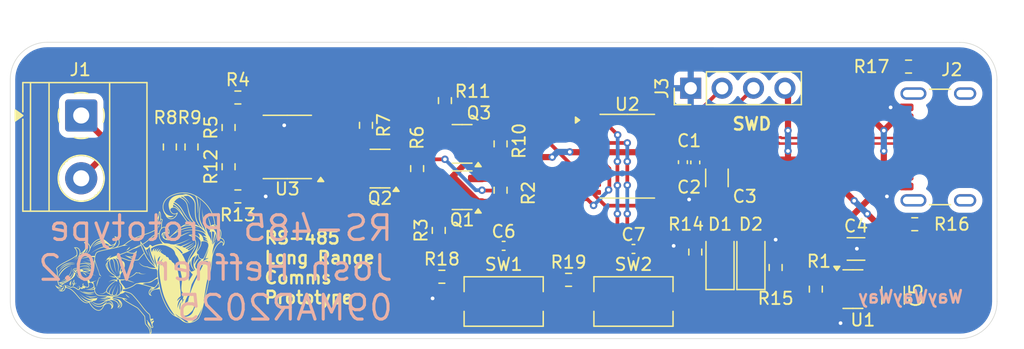
<source format=kicad_pcb>
(kicad_pcb (version 20241229) (generator "pcbnew") (generator_version "9.0")
  (layers (0 "F.Cu" signal) (2 "B.Cu" power) (13 "F.Paste" user) (15 "B.Paste" user) (5 "F.SilkS" user "F.Silkscreen") (7 "B.SilkS" user "B.Silkscreen") (1 "F.Mask" user) (3 "B.Mask" user) (25 "Edge.Cuts" user))
  (net 0 "")
  (net 1 "GND")
  (net 2 "+3V3")
  (net 3 "+5V")
  (net 4 "NRST")
  (net 5 "Net-(D1-K)")
  (net 6 "TIM14_CH1")
  (net 7 "Net-(D2-K)")
  (net 8 "TIM16_CH1")
  (net 9 "Net-(J1-Pin_2)")
  (net 10 "Net-(J1-Pin_1)")
  (net 11 "Net-(J2-CC1)")
  (net 15 "USB_DP")
  (net 17 "USB_DN")
  (net 19 "Net-(J2-CC2)")
  (net 21 "SWDIO")
  (net 22 "SWCLK")
  (net 23 "EN")
  (net 24 "BOOT 0")
  (net 26 "USART2_RX")
  (net 27 "Read{slash}Write")
  (net 28 "USART2_TX")
  (net 29 "Net-(Q1-D)")
  (net 30 "Net-(Q2-D)")
  (net 31 "Net-(Q3-D)")
  (net 32 "Net-(R4-Pad1)")
  (net 33 "Net-(R12-Pad1)")
  (footprint "Resistor_SMD:R_0603_1608Metric" (layer "F.Cu") (at 63.75 146.175 90)
    (property "Reference" "R5" (at 0 -1.43 90) (layer "F.SilkS"))
    (property "Value" "10k")
    (pad "1" smd roundrect (at -0.825 0 90) (size 0.8 0.95) (layers "F.Cu" "F.Mask" "F.Paste") (net 10 "Net-(J1-Pin_1)"))
    (pad "2" smd roundrect (at 0.825 0 90) (size 0.8 0.95) (layers "F.Cu" "F.Mask" "F.Paste") (net 32 "Net-(R4-Pad1)"))
  )
  (footprint "Package_TO_SOT_SMD:SOT-23-5" (layer "F.Cu") (at 114.25 159.25)
    (property "Reference" "U1" (at 0.8 2.5 0) (layer "F.SilkS"))
    (property "Value" "AP2112K-3.3")
    (pad "1" smd roundrect (at -1.1375 -0.95) (size 1.325 0.6) (layers "F.Cu" "F.Mask" "F.Paste") (net 3 "+5V"))
    (pad "2" smd roundrect (at -1.1375 0) (size 1.325 0.6) (layers "F.Cu" "F.Mask" "F.Paste") (net 1 "GND"))
    (pad "3" smd roundrect (at -1.1375 0.95) (size 1.325 0.6) (layers "F.Cu" "F.Mask" "F.Paste") (net 23 "EN"))
    (pad "4" smd roundrect (at 1.1375 0.95) (size 1.325 0.6) (layers "F.Cu" "F.Mask" "F.Paste"))
    (pad "5" smd roundrect (at 1.1375 -0.95) (size 1.325 0.6) (layers "F.Cu" "F.Mask" "F.Paste") (net 2 "+3V3"))
  )
  (footprint "Resistor_SMD:R_0603_1608Metric" (layer "F.Cu") (at 80.75 154.5 90)
    (property "Reference" "R3" (at 0 -1.43 90) (layer "F.SilkS"))
    (property "Value" "10k")
    (pad "1" smd roundrect (at -0.825 0 90) (size 0.8 0.95) (layers "F.Cu" "F.Mask" "F.Paste") (net 3 "+5V"))
    (pad "2" smd roundrect (at 0.825 0 90) (size 0.8 0.95) (layers "F.Cu" "F.Mask" "F.Paste") (net 29 "Net-(Q1-D)"))
  )
  (footprint "LOGO" (layer "F.Cu") (at 56.57 157.59 90)
    (property "Reference" "G***" (hide yes))
    (property "Value" "LOGO" (hide yes))
  )
  (footprint "LED_SMD:LED_1206_3216Metric" (layer "F.Cu") (at 103.5 157 90)
    (property "Reference" "D1" (at 3 0 180) (layer "F.SilkS"))
    (property "Value" "LED")
    (pad "1" smd roundrect (at -1.4 0 90) (size 1.25 1.75) (layers "F.Cu" "F.Mask" "F.Paste") (roundrect_rratio 0.2) (net 5 "Net-(D1-K)"))
    (pad "2" smd roundrect (at 1.4 0 90) (size 1.25 1.75) (layers "F.Cu" "F.Mask" "F.Paste") (roundrect_rratio 0.2) (net 6 "TIM14_CH1"))
  )
  (footprint "Capacitor_SMD:C_0402_1005Metric" (layer "F.Cu") (at 100.5 148.98 -90)
    (property "Reference" "C1" (at -1.73 -0.5 180) (layer "F.SilkS"))
    (property "Value" "100n")
    (pad "1" smd roundrect (at -0.48 0 270) (size 0.56 0.62) (layers "F.Cu" "F.Mask" "F.Paste") (net 2 "+3V3"))
    (pad "2" smd roundrect (at 0.48 0 270) (size 0.56 0.62) (layers "F.Cu" "F.Mask" "F.Paste") (net 1 "GND"))
  )
  (footprint "Package_SO:TSSOP-20_4.4x6.5mm_P0.65mm" (layer "F.Cu") (at 96 148.5)
    (property "Reference" "U2" (at 0 -4.2 0) (layer "F.SilkS"))
    (property "Value" "STM32F042F6Px")
    (pad "1" smd roundrect (at -2.8625 -2.925) (size 1.475 0.4) (layers "F.Cu" "F.Mask" "F.Paste") (net 24 "BOOT 0"))
    (pad "2" smd roundrect (at -2.8625 -2.275) (size 1.475 0.4) (layers "F.Cu" "F.Mask" "F.Paste"))
    (pad "3" smd roundrect (at -2.8625 -1.625) (size 1.475 0.4) (layers "F.Cu" "F.Mask" "F.Paste"))
    (pad "4" smd roundrect (at -2.8625 -0.975) (size 1.475 0.4) (layers "F.Cu" "F.Mask" "F.Paste") (net 4 "NRST"))
    (pad "5" smd roundrect (at -2.8625 -0.325) (size 1.475 0.4) (layers "F.Cu" "F.Mask" "F.Paste") (net 2 "+3V3"))
    (pad "6" smd roundrect (at -2.8625 0.325) (size 1.475 0.4) (layers "F.Cu" "F.Mask" "F.Paste") (net 27 "Read{slash}Write"))
    (pad "7" smd roundrect (at -2.8625 0.975) (size 1.475 0.4) (layers "F.Cu" "F.Mask" "F.Paste"))
    (pad "8" smd roundrect (at -2.8625 1.625) (size 1.475 0.4) (layers "F.Cu" "F.Mask" "F.Paste") (net 28 "USART2_TX"))
    (pad "9" smd roundrect (at -2.8625 2.275) (size 1.475 0.4) (layers "F.Cu" "F.Mask" "F.Paste") (net 26 "USART2_RX"))
    (pad "10" smd roundrect (at -2.8625 2.925) (size 1.475 0.4) (layers "F.Cu" "F.Mask" "F.Paste") (net 6 "TIM14_CH1"))
    (pad "11" smd roundrect (at 2.8625 2.925) (size 1.475 0.4) (layers "F.Cu" "F.Mask" "F.Paste"))
    (pad "12" smd roundrect (at 2.8625 2.275) (size 1.475 0.4) (layers "F.Cu" "F.Mask" "F.Paste") (net 8 "TIM16_CH1"))
    (pad "13" smd roundrect (at 2.8625 1.625) (size 1.475 0.4) (layers "F.Cu" "F.Mask" "F.Paste"))
    (pad "14" smd roundrect (at 2.8625 0.975) (size 1.475 0.4) (layers "F.Cu" "F.Mask" "F.Paste"))
    (pad "15" smd roundrect (at 2.8625 0.325) (size 1.475 0.4) (layers "F.Cu" "F.Mask" "F.Paste") (net 1 "GND"))
    (pad "16" smd roundrect (at 2.8625 -0.325) (size 1.475 0.4) (layers "F.Cu" "F.Mask" "F.Paste") (net 2 "+3V3"))
    (pad "17" smd roundrect (at 2.8625 -0.975) (size 1.475 0.4) (layers "F.Cu" "F.Mask" "F.Paste") (net 17 "USB_DN"))
    (pad "18" smd roundrect (at 2.8625 -1.625) (size 1.475 0.4) (layers "F.Cu" "F.Mask" "F.Paste") (net 15 "USB_DP"))
    (pad "19" smd roundrect (at 2.8625 -2.275) (size 1.475 0.4) (layers "F.Cu" "F.Mask" "F.Paste") (net 21 "SWDIO"))
    (pad "20" smd roundrect (at 2.8625 -2.925) (size 1.475 0.4) (layers "F.Cu" "F.Mask" "F.Paste") (net 22 "SWCLK"))
  )
  (footprint "TerminalBlock_Phoenix:TerminalBlock_Phoenix_MKDS-1,5-2-5.08_1x02_P5.08mm_Horizontal" (layer "F.Cu") (at 51.8275 145.205 -90)
    (property "Reference" "J1" (at -3.705 0.0775 180) (layer "F.SilkS"))
    (property "Value" "RS485 Output")
    (pad "1" thru_hole roundrect (at 0 0 270) (size 2.6 2.6) (drill 1.3) (layers "*.Cu" "*.Mask") (roundrect_rratio 0.096154) (net 10 "Net-(J1-Pin_1)"))
    (pad "2" thru_hole circle (at 5.08 0 270) (size 2.6 2.6) (drill 1.3) (layers "*.Cu" "*.Mask") (net 9 "Net-(J1-Pin_2)"))
  )
  (footprint "Resistor_SMD:R_0603_1608Metric" (layer "F.Cu") (at 101.5 156.25 90)
    (property "Reference" "R14" (at 2.25 -0.75 0) (layer "F.SilkS"))
    (property "Value" "240")
    (pad "1" smd roundrect (at -0.825 0 90) (size 0.8 0.95) (layers "F.Cu" "F.Mask" "F.Paste") (net 5 "Net-(D1-K)"))
    (pad "2" smd roundrect (at 0.825 0 90) (size 0.8 0.95) (layers "F.Cu" "F.Mask" "F.Paste") (net 1 "GND"))
  )
  (footprint "Button_Switch_SMD:SW_Tactile_SPST_NO_Straight_CK_PTS636Sx25SMTRLFS" (layer "F.Cu") (at 86 160.25)
    (property "Reference" "SW1" (at 0 -3 0) (layer "F.SilkS"))
    (property "Value" "Boot 0")
    (pad "1" smd rect (at -3.875 0) (size 1.25 1) (layers "F.Cu" "F.Mask" "F.Paste") (net 24 "BOOT 0"))
    (pad "2" smd rect (at 3.875 0) (size 1.25 1) (layers "F.Cu" "F.Mask" "F.Paste") (net 2 "+3V3"))
  )
  (footprint "Package_SO:SOIC-8_3.9x4.9mm_P1.27mm" (layer "F.Cu") (at 68.5 147.75 180)
    (property "Reference" "U3" (at 0 -3.4 0) (layer "F.SilkS"))
    (property "Value" "MAX485E")
    (pad "1" smd roundrect (at -2.475 -1.905 180) (size 1.95 0.6) (layers "F.Cu" "F.Mask" "F.Paste") (net 29 "Net-(Q1-D)"))
    (pad "2" smd roundrect (at -2.475 -0.635 180) (size 1.95 0.6) (layers "F.Cu" "F.Mask" "F.Paste") (net 30 "Net-(Q2-D)"))
    (pad "3" smd roundrect (at -2.475 0.635 180) (size 1.95 0.6) (layers "F.Cu" "F.Mask" "F.Paste") (net 30 "Net-(Q2-D)"))
    (pad "4" smd roundrect (at -2.475 1.905 180) (size 1.95 0.6) (layers "F.Cu" "F.Mask" "F.Paste") (net 31 "Net-(Q3-D)"))
    (pad "5" smd roundrect (at 2.475 1.905 180) (size 1.95 0.6) (layers "F.Cu" "F.Mask" "F.Paste") (net 1 "GND"))
    (pad "6" smd roundrect (at 2.475 0.635 180) (size 1.95 0.6) (layers "F.Cu" "F.Mask" "F.Paste") (net 10 "Net-(J1-Pin_1)"))
    (pad "7" smd roundrect (at 2.475 -0.635 180) (size 1.95 0.6) (layers "F.Cu" "F.Mask" "F.Paste") (net 9 "Net-(J1-Pin_2)"))
    (pad "8" smd roundrect (at 2.475 -1.905 180) (size 1.95 0.6) (layers "F.Cu" "F.Mask" "F.Paste") (net 3 "+5V"))
  )
  (footprint "Resistor_SMD:R_0603_1608Metric" (layer "F.Cu") (at 111.25 159.25 -90)
    (property "Reference" "R1" (at -2.25 -0.25 180) (layer "F.SilkS"))
    (property "Value" "10k")
    (pad "1" smd roundrect (at -0.825 0 270) (size 0.8 0.95) (layers "F.Cu" "F.Mask" "F.Paste") (net 3 "+5V"))
    (pad "2" smd roundrect (at 0.825 0 270) (size 0.8 0.95) (layers "F.Cu" "F.Mask" "F.Paste") (net 23 "EN"))
  )
  (footprint "Capacitor_SMD:C_1206_3216Metric" (layer "F.Cu") (at 117.5 159.75 -90)
    (property "Reference" "C5" (at 0 -1.85 90) (layer "F.SilkS"))
    (property "Value" "4u7")
    (pad "1" smd roundrect (at -1.475 0 270) (size 1.15 1.8) (layers "F.Cu" "F.Mask" "F.Paste") (roundrect_rratio 0.217391) (net 2 "+3V3"))
    (pad "2" smd roundrect (at 1.475 0 270) (size 1.15 1.8) (layers "F.Cu" "F.Mask" "F.Paste") (roundrect_rratio 0.217391) (net 1 "GND"))
  )
  (footprint "Capacitor_SMD:C_1206_3216Metric" (layer "F.Cu") (at 114.5 156)
    (property "Reference" "C4" (at 0 -1.85 0) (layer "F.SilkS"))
    (property "Value" "4u7")
    (pad "1" smd roundrect (at -1.475 0) (size 1.15 1.8) (layers "F.Cu" "F.Mask" "F.Paste") (roundrect_rratio 0.217391) (net 3 "+5V"))
    (pad "2" smd roundrect (at 1.475 0) (size 1.15 1.8) (layers "F.Cu" "F.Mask" "F.Paste") (roundrect_rratio 0.217391) (net 1 "GND"))
  )
  (footprint "Capacitor_SMD:C_1206_3216Metric" (layer "F.Cu") (at 103.25 150.25 -90)
    (property "Reference" "C3" (at 1.5 -2.25 180) (layer "F.SilkS"))
    (property "Value" "4u7")
    (pad "1" smd roundrect (at -1.475 0 270) (size 1.15 1.8) (layers "F.Cu" "F.Mask" "F.Paste") (roundrect_rratio 0.217391) (net 2 "+3V3"))
    (pad "2" smd roundrect (at 1.475 0 270) (size 1.15 1.8) (layers "F.Cu" "F.Mask" "F.Paste") (roundrect_rratio 0.217391) (net 1 "GND"))
  )
  (footprint "Capacitor_SMD:C_0402_1005Metric" (layer "F.Cu") (at 101.5 149 -90)
    (property "Reference" "C2" (at 2 0.5 0) (layer "F.SilkS"))
    (property "Value" "100n")
    (pad "1" smd roundrect (at -0.48 0 270) (size 0.56 0.62) (layers "F.Cu" "F.Mask" "F.Paste") (net 2 "+3V3"))
    (pad "2" smd roundrect (at 0.48 0 270) (size 0.56 0.62) (layers "F.Cu" "F.Mask" "F.Paste") (net 1 "GND"))
  )
  (footprint "Connector_USB:USB_C_Receptacle_GCT_USB4105-xx-A_16P_TopMnt_Horizontal" (layer "F.Cu") (at 122.25 147.75 90)
    (property "Reference" "J2" (at 6.25 0 0) (layer "F.SilkS"))
    (property "Value" "USB_C_Receptacle_USB2.0_16P")
    (pad "" np_thru_hole circle (at -2.89 -2.605 90) (size 0.65 0.65) (drill 0.65) (layers "*.Cu" "*.Mask"))
    (pad "" np_thru_hole circle (at 2.89 -2.605 90) (size 0.65 0.65) (drill 0.65) (layers "*.Cu" "*.Mask"))
    (pad "A1" smd roundrect (at -3.2 -3.68 90) (size 0.6 1.15) (layers "F.Cu" "F.Mask" "F.Paste") (net 1 "GND"))
    (pad "A4" smd roundrect (at -2.4 -3.68 90) (size 0.6 1.15) (layers "F.Cu" "F.Mask" "F.Paste") (net 3 "+5V"))
    (pad "A5" smd roundrect (at -1.25 -3.68 90) (size 0.3 1.15) (layers "F.Cu" "F.Mask" "F.Paste") (net 11 "Net-(J2-CC1)"))
    (pad "A6" smd roundrect (at -0.25 -3.68 90) (size 0.3 1.15) (layers "F.Cu" "F.Mask" "F.Paste") (net 15 "USB_DP"))
    (pad "A7" smd roundrect (at 0.25 -3.68 90) (size 0.3 1.15) (layers "F.Cu" "F.Mask" "F.Paste") (net 17 "USB_DN"))
    (pad "A8" smd roundrect (at 1.25 -3.68 90) (size 0.3 1.15) (layers "F.Cu" "F.Mask" "F.Paste"))
    (pad "A9" smd roundrect (at 2.4 -3.68 90) (size 0.6 1.15) (layers "F.Cu" "F.Mask" "F.Paste") (net 3 "+5V"))
    (pad "A12" smd roundrect (at 3.2 -3.68 90) (size 0.6 1.15) (layers "F.Cu" "F.Mask" "F.Paste") (net 1 "GND"))
    (pad "B1" smd roundrect (at 3.2 -3.68 90) (size 0.6 1.15) (layers "F.Cu" "F.Mask" "F.Paste") (net 1 "GND"))
    (pad "B4" smd roundrect (at 2.4 -3.68 90) (size 0.6 1.15) (layers "F.Cu" "F.Mask" "F.Paste") (net 3 "+5V"))
    (pad "B5" smd roundrect (at 1.75 -3.68 90) (size 0.3 1.15) (layers "F.Cu" "F.Mask" "F.Paste") (net 19 "Net-(J2-CC2)"))
    (pad "B6" smd roundrect (at 0.75 -3.68 90) (size 0.3 1.15) (layers "F.Cu" "F.Mask" "F.Paste") (net 15 "USB_DP"))
    (pad "B7" smd roundrect (at -0.75 -3.68 90) (size 0.3 1.15) (layers "F.Cu" "F.Mask" "F.Paste") (net 17 "USB_DN"))
    (pad "B8" smd roundrect (at -1.75 -3.68 90) (size 0.3 1.15) (layers "F.Cu" "F.Mask" "F.Paste"))
    (pad "B9" smd roundrect (at -2.4 -3.68 90) (size 0.6 1.15) (layers "F.Cu" "F.Mask" "F.Paste") (net 3 "+5V"))
    (pad "B12" smd roundrect (at -3.2 -3.68 90) (size 0.6 1.15) (layers "F.Cu" "F.Mask" "F.Paste") (net 1 "GND"))
    (pad "S1" thru_hole oval (at -4.32 -3.105 90) (size 1 2.1) (drill oval 0.6 1.7) (property pad_prop_heatsink) (layers "*.Cu" "*.Mask" "F.Paste"))
    (pad "S1" thru_hole oval (at -4.32 1.075 90) (size 1 1.8) (drill oval 0.6 1.4) (property pad_prop_heatsink) (layers "*.Cu" "*.Mask" "F.Paste"))
    (pad "S1" thru_hole oval (at 4.32 -3.105 90) (size 1 2.1) (drill oval 0.6 1.7) (property pad_prop_heatsink) (layers "*.Cu" "*.Mask" "F.Paste"))
    (pad "S1" thru_hole oval (at 4.32 1.075 90) (size 1 1.8) (drill oval 0.6 1.4) (property pad_prop_heatsink) (layers "*.Cu" "*.Mask" "F.Paste"))
  )
  (footprint "Resistor_SMD:R_0603_1608Metric" (layer "F.Cu") (at 63.75 149.35 90)
    (property "Reference" "R12" (at 0 -1.43 90) (layer "F.SilkS"))
    (property "Value" "10k")
    (pad "1" smd roundrect (at -0.825 0 90) (size 0.8 0.95) (layers "F.Cu" "F.Mask" "F.Paste") (net 33 "Net-(R12-Pad1)"))
    (pad "2" smd roundrect (at 0.825 0 90) (size 0.8 0.95) (layers "F.Cu" "F.Mask" "F.Paste") (net 9 "Net-(J1-Pin_2)"))
  )
  (footprint "Resistor_SMD:R_0603_1608Metric" (layer "F.Cu") (at 119.25 154 180)
    (property "Reference" "R16" (at -3 0 0) (layer "F.SilkS"))
    (property "Value" "5k1")
    (pad "1" smd roundrect (at -0.825 0 180) (size 0.8 0.95) (layers "F.Cu" "F.Mask" "F.Paste") (net 11 "Net-(J2-CC1)"))
    (pad "2" smd roundrect (at 0.825 0 180) (size 0.8 0.95) (layers "F.Cu" "F.Mask" "F.Paste") (net 1 "GND"))
  )
  (footprint "Resistor_SMD:R_0603_1608Metric" (layer "F.Cu") (at 59 147.75 90)
    (property "Reference" "R8" (at 2.37 -0.35 180) (layer "F.SilkS"))
    (property "Value" "240")
    (pad "1" smd roundrect (at -0.825 0 90) (size 0.8 0.95) (layers "F.Cu" "F.Mask" "F.Paste") (net 9 "Net-(J1-Pin_2)"))
    (pad "2" smd roundrect (at 0.825 0 90) (size 0.8 0.95) (layers "F.Cu" "F.Mask" "F.Paste") (net 10 "Net-(J1-Pin_1)"))
  )
  (footprint "Resistor_SMD:R_0603_1608Metric" (layer "F.Cu") (at 85.75 151.25 90)
    (property "Reference" "R2" (at -0.237258 2.25 90) (layer "F.SilkS"))
    (property "Value" "10k")
    (pad "1" smd roundrect (at -0.825 0 90) (size 0.8 0.95) (layers "F.Cu" "F.Mask" "F.Paste") (net 2 "+3V3"))
    (pad "2" smd roundrect (at 0.825 0 90) (size 0.8 0.95) (layers "F.Cu" "F.Mask" "F.Paste") (net 26 "USART2_RX"))
  )
  (footprint "LED_SMD:LED_1206_3216Metric" (layer "F.Cu") (at 106 157 90)
    (property "Reference" "D2" (at 3 0 180) (layer "F.SilkS"))
    (property "Value" "LED")
    (pad "1" smd roundrect (at -1.4 0 90) (size 1.25 1.75) (layers "F.Cu" "F.Mask" "F.Paste") (roundrect_rratio 0.2) (net 7 "Net-(D2-K)"))
    (pad "2" smd roundrect (at 1.4 0 90) (size 1.25 1.75) (layers "F.Cu" "F.Mask" "F.Paste") (roundrect_rratio 0.2) (net 8 "TIM16_CH1"))
  )
  (footprint "Resistor_SMD:R_0603_1608Metric" (layer "F.Cu") (at 81.25 144 -90)
    (property "Reference" "R11" (at -0.75 -2.25 180) (layer "F.SilkS"))
    (property "Value" "10k")
    (pad "1" smd roundrect (at -0.825 0 270) (size 0.8 0.95) (layers "F.Cu" "F.Mask" "F.Paste") (net 3 "+5V"))
    (pad "2" smd roundrect (at 0.825 0 270) (size 0.8 0.95) (layers "F.Cu" "F.Mask" "F.Paste") (net 31 "Net-(Q3-D)"))
  )
  (footprint "Button_Switch_SMD:SW_Tactile_SPST_NO_Straight_CK_PTS636Sx25SMTRLFS" (layer "F.Cu") (at 96.5 160.25)
    (property "Reference" "SW2" (at 0 -3 0) (layer "F.SilkS"))
    (property "Value" "Reset")
    (pad "1" smd rect (at -3.875 0) (size 1.25 1) (layers "F.Cu" "F.Mask" "F.Paste") (net 4 "NRST"))
    (pad "2" smd rect (at 3.875 0) (size 1.25 1) (layers "F.Cu" "F.Mask" "F.Paste") (net 1 "GND"))
  )
  (footprint "Connector_PinHeader_2.54mm:PinHeader_1x04_P2.54mm_Vertical" (layer "F.Cu") (at 101.13 143 90)
    (property "Reference" "J3" (at 0 -2.33 90) (layer "F.SilkS"))
    (property "Value" "SWD")
    (pad "1" thru_hole rect (at 0 0 90) (size 1.7 1.7) (drill 1) (layers "*.Cu" "*.Mask") (net 1 "GND"))
    (pad "2" thru_hole oval (at 0 2.54 90) (size 1.7 1.7) (drill 1) (layers "*.Cu" "*.Mask") (net 22 "SWCLK"))
    (pad "3" thru_hole oval (at 0 5.08 90) (size 1.7 1.7) (drill 1) (layers "*.Cu" "*.Mask") (net 21 "SWDIO"))
    (pad "4" thru_hole oval (at 0 7.62 90) (size 1.7 1.7) (drill 1) (layers "*.Cu" "*.Mask") (net 2 "+3V3"))
  )
  (footprint "Resistor_SMD:R_0603_1608Metric" (layer "F.Cu") (at 64.5 143.75)
    (property "Reference" "R4" (at 0 -1.43 0) (layer "F.SilkS"))
    (property "Value" "10k")
    (pad "1" smd roundrect (at -0.825 0) (size 0.8 0.95) (layers "F.Cu" "F.Mask" "F.Paste") (net 32 "Net-(R4-Pad1)"))
    (pad "2" smd roundrect (at 0.825 0) (size 0.8 0.95) (layers "F.Cu" "F.Mask" "F.Paste") (net 3 "+5V"))
  )
  (footprint "Capacitor_SMD:C_0402_1005Metric" (layer "F.Cu") (at 86 155.75)
    (property "Reference" "C6" (at 0 -1.16 0) (layer "F.SilkS"))
    (property "Value" "100n")
    (pad "1" smd roundrect (at -0.48 0) (size 0.56 0.62) (layers "F.Cu" "F.Mask" "F.Paste") (net 24 "BOOT 0"))
    (pad "2" smd roundrect (at 0.48 0) (size 0.56 0.62) (layers "F.Cu" "F.Mask" "F.Paste") (net 2 "+3V3"))
  )
  (footprint "Resistor_SMD:R_0603_1608Metric" (layer "F.Cu") (at 118.75 141.25 180)
    (property "Reference" "R17" (at 3 0 0) (layer "F.SilkS"))
    (property "Value" "5k1")
    (pad "1" smd roundrect (at -0.825 0 180) (size 0.8 0.95) (layers "F.Cu" "F.Mask" "F.Paste") (net 19 "Net-(J2-CC2)"))
    (pad "2" smd roundrect (at 0.825 0 180) (size 0.8 0.95) (layers "F.Cu" "F.Mask" "F.Paste") (net 1 "GND"))
  )
  (footprint "Capacitor_SMD:C_0402_1005Metric" (layer "F.Cu") (at 96.5 156)
    (property "Reference" "C7" (at 0 -1.16 0) (layer "F.SilkS"))
    (property "Value" "100n")
    (pad "1" smd roundrect (at -0.48 0) (size 0.56 0.62) (layers "F.Cu" "F.Mask" "F.Paste") (net 4 "NRST"))
    (pad "2" smd roundrect (at 0.48 0) (size 0.56 0.62) (layers "F.Cu" "F.Mask" "F.Paste") (net 1 "GND"))
  )
  (footprint "Resistor_SMD:R_0603_1608Metric" (layer "F.Cu") (at 85.75 147.5 90)
    (property "Reference" "R10" (at 0.237258 1.5 90) (layer "F.SilkS"))
    (property "Value" "10k")
    (pad "1" smd roundrect (at -0.825 0 90) (size 0.8 0.95) (layers "F.Cu" "F.Mask" "F.Paste") (net 2 "+3V3"))
    (pad "2" smd roundrect (at 0.825 0 90) (size 0.8 0.95) (layers "F.Cu" "F.Mask" "F.Paste") (net 28 "USART2_TX"))
  )
  (footprint "Package_TO_SOT_SMD:SOT-23-3" (layer "F.Cu") (at 76 149.5 180)
    (property "Reference" "Q2" (at 0 -2.4 0) (layer "F.SilkS"))
    (property "Value" "BSS138")
    (pad "1" smd roundrect (at -1.1375 -0.95 180) (size 1.325 0.6) (layers "F.Cu" "F.Mask" "F.Paste") (net 2 "+3V3"))
    (pad "2" smd roundrect (at -1.1375 0.95 180) (size 1.325 0.6) (layers "F.Cu" "F.Mask" "F.Paste") (net 27 "Read{slash}Write"))
    (pad "3" smd roundrect (at 1.1375 0 180) (size 1.325 0.6) (layers "F.Cu" "F.Mask" "F.Paste") (net 30 "Net-(Q2-D)"))
  )
  (footprint "Resistor_SMD:R_0603_1608Metric" (layer "F.Cu") (at 79 149.5 90)
    (property "Reference" "R6" (at 2.5 0 90) (layer "F.SilkS"))
    (property "Value" "10k")
    (pad "1" smd roundrect (at -0.825 0 90) (size 0.8 0.95) (layers "F.Cu" "F.Mask" "F.Paste") (net 2 "+3V3"))
    (pad "2" smd roundrect (at 0.825 0 90) (size 0.8 0.95) (layers "F.Cu" "F.Mask" "F.Paste") (net 27 "Read{slash}Write"))
  )
  (footprint "Resistor_SMD:R_0603_1608Metric" (layer "F.Cu") (at 91.25 158.5)
    (property "Reference" "R19" (at 0 -1.43 0) (layer "F.SilkS"))
    (property "Value" "10k")
    (pad "1" smd roundrect (at -0.825 0) (size 0.8 0.95) (layers "F.Cu" "F.Mask" "F.Paste") (net 2 "+3V3"))
    (pad "2" smd roundrect (at 0.825 0) (size 0.8 0.95) (layers "F.Cu" "F.Mask" "F.Paste") (net 4 "NRST"))
  )
  (footprint "Resistor_SMD:R_0603_1608Metric" (layer "F.Cu") (at 64.5 151.75)
    (property "Reference" "R13" (at 0 1.5 0) (layer "F.SilkS"))
    (property "Value" "10k")
    (pad "1" smd roundrect (at -0.825 0) (size 0.8 0.95) (layers "F.Cu" "F.Mask" "F.Paste") (net 33 "Net-(R12-Pad1)"))
    (pad "2" smd roundrect (at 0.825 0) (size 0.8 0.95) (layers "F.Cu" "F.Mask" "F.Paste") (net 1 "GND"))
  )
  (footprint "Resistor_SMD:R_0603_1608Metric" (layer "F.Cu") (at 81 158.25)
    (property "Reference" "R18" (at 0 -1.43 0) (layer "F.SilkS"))
    (property "Value" "10k")
    (pad "1" smd roundrect (at -0.825 0) (size 0.8 0.95) (layers "F.Cu" "F.Mask" "F.Paste") (net 1 "GND"))
    (pad "2" smd roundrect (at 0.825 0) (size 0.8 0.95) (layers "F.Cu" "F.Mask" "F.Paste") (net 24 "BOOT 0"))
  )
  (footprint "Resistor_SMD:R_0603_1608Metric" (layer "F.Cu") (at 74.8625 146 -90)
    (property "Reference" "R7" (at 0 -1.43 90) (layer "F.SilkS"))
    (property "Value" "10k")
    (pad "1" smd roundrect (at -0.825 0 270) (size 0.8 0.95) (layers "F.Cu" "F.Mask" "F.Paste") (net 3 "+5V"))
    (pad "2" smd roundrect (at 0.825 0 270) (size 0.8 0.95) (layers "F.Cu" "F.Mask" "F.Paste") (net 30 "Net-(Q2-D)"))
  )
  (footprint "Resistor_SMD:R_0603_1608Metric" (layer "F.Cu") (at 108 157.5 90)
    (property "Reference" "R15" (at -2.5 0 180) (layer "F.SilkS"))
    (property "Value" "240")
    (pad "1" smd roundrect (at -0.825 0 90) (size 0.8 0.95) (layers "F.Cu" "F.Mask" "F.Paste") (net 7 "Net-(D2-K)"))
    (pad "2" smd roundrect (at 0.825 0 90) (size 0.8 0.95) (layers "F.Cu" "F.Mask" "F.Paste") (net 1 "GND"))
  )
  (footprint "Resistor_SMD:R_0603_1608Metric" (layer "F.Cu") (at 60.75 147.75 90)
    (property "Reference" "R9" (at 2.37 -0.15 180) (layer "F.SilkS"))
    (property "Value" "240")
    (pad "1" smd roundrect (at -0.825 0 90) (size 0.8 0.95) (layers "F.Cu" "F.Mask" "F.Paste") (net 9 "Net-(J1-Pin_2)"))
    (pad "2" smd roundrect (at 0.825 0 90) (size 0.8 0.95) (layers "F.Cu" "F.Mask" "F.Paste") (net 10 "Net-(J1-Pin_1)"))
  )
  (footprint "Package_TO_SOT_SMD:SOT-23-3" (layer "F.Cu") (at 82.6375 151.25 180)
    (property "Reference" "Q1" (at 0 -2.4 0) (layer "F.SilkS"))
    (property "Value" "BSS138")
    (pad "1" smd roundrect (at -1.1375 -0.95 180) (size 1.325 0.6) (layers "F.Cu" "F.Mask" "F.Paste") (net 2 "+3V3"))
    (pad "2" smd roundrect (at -1.1375 0.95 180) (size 1.325 0.6) (layers "F.Cu" "F.Mask" "F.Paste") (net 26 "USART2_RX"))
    (pad "3" smd roundrect (at 1.1375 0 180) (size 1.325 0.6) (layers "F.Cu" "F.Mask" "F.Paste") (net 29 "Net-(Q1-D)"))
  )
  (footprint "Package_TO_SOT_SMD:SOT-23-3" (layer "F.Cu") (at 82.6375 147.5 180)
    (property "Reference" "Q3" (at -1.3625 2.5 0) (layer "F.SilkS"))
    (property "Value" "BSS138")
    (pad "1" smd roundrect (at -1.1375 -0.95 180) (size 1.325 0.6) (layers "F.Cu" "F.Mask" "F.Paste") (net 2 "+3V3"))
    (pad "2" smd roundrect (at -1.1375 0.95 180) (size 1.325 0.6) (layers "F.Cu" "F.Mask" "F.Paste") (net 28 "USART2_TX"))
    (pad "3" smd roundrect (at 1.1375 0 180) (size 1.325 0.6) (layers "F.Cu" "F.Mask" "F.Paste") (net 31 "Net-(Q3-D)"))
  )
  (gr_arc (start 122.9 139.29) (mid 125.02132 140.16868) (end 125.9 142.29) (stroke (width 0.05)) (layer "Edge.Cuts"))
  (gr_arc (start 125.91 160.25) (mid 125.03132 162.37132) (end 122.91 163.25) (stroke (width 0.05)) (layer "Edge.Cuts"))
  (gr_arc (start 46.09 142.28) (mid 46.96868 140.15868) (end 49.09 139.28) (stroke (width 0.05)) (layer "Edge.Cuts"))
  (gr_line (start 122.9 139.29) (end 49.09 139.28) (stroke (width 0.05)) (layer "Edge.Cuts"))
  (gr_arc (start 49.09 163.25) (mid 46.96868 162.37132) (end 46.09 160.25) (stroke (width 0.05)) (layer "Edge.Cuts"))
  (gr_line (start 125.91 160.25) (end 125.9 142.29) (stroke (width 0.05)) (layer "Edge.Cuts"))
  (gr_line (start 46.09 142.28) (end 46.09 160.25) (stroke (width 0.05)) (layer "Edge.Cuts"))
  (gr_line (start 49.09 163.25) (end 122.91 163.25) (stroke (width 0.05)) (layer "Edge.Cuts"))
  (gr_text "RS-485\nLong Range\nComms\nPrototype" (at 66.55 160.52 0) (layer "F.SilkS") (effects (font (size 1 1) (thickness 0.2) (bold yes)) (justify left bottom)))
  (gr_text "SWD" (at 104.4 146.47 0) (layer "F.SilkS") (effects (font (size 1 1) (thickness 0.2) (bold yes)) (justify left bottom)))
  (gr_text "WayWayWay" (at 123.25 160.461252 0) (layer "B.SilkS") (effects (font (size 1 1) (thickness 0.2) (bold yes)) (justify left bottom mirror)))
  (gr_text "RS-485 Prototype\nJosh Heffner V 0.2\n09MAR2025" (at 77.19 161.93 0) (layer "B.SilkS") (effects (font (size 2 2) (thickness 0.25)) (justify left bottom mirror)))
  (segment (start 117 152.575) (end 118.425 154) (width 0.5) (layer "F.Cu") (net 1))
  (segment (start 113.25 162) (end 113.25 161.25) (width 0.5) (layer "F.Cu") (net 1))
  (segment (start 108 156.675) (end 108 155.25) (width 0.3) (layer "F.Cu") (net 1))
  (segment (start 103.25 151.725) (end 103.25 151.23) (width 0.5) (layer "F.Cu") (net 1))
  (segment (start 115.9541 159.25) (end 117.5 160.7959) (width 0.5) (layer "F.Cu") (net 1))
  (segment (start 99.75 155.75) (end 97.23 155.75) (width 0.3) (layer "F.Cu") (net 1))
  (segment (start 117.3 141.875) (end 117.3 144.55) (width 0.5) (layer "F.Cu") (net 1))
  (segment (start 98.8625 148.825) (end 99.599999 148.825) (width 0.3) (layer "F.Cu") (net 1))
  (segment (start 117 151.5) (end 117 151.75) (width 0.5) (layer "F.Cu") (net 1))
  (segment (start 101.5 155.425) (end 100.075 155.425) (width 0.3) (layer "F.Cu") (net 1))
  (segment (start 80.175 158.25) (end 80.175 159.925) (width 0.3) (layer "F.Cu") (net 1))
  (segment (start 101.48 149.46) (end 101.5 149.48) (width 0.3) (layer "F.Cu") (net 1))
  (segment (start 113.25 161.25) (end 113.275 161.225) (width 0.5) (layer "F.Cu") (net 1))
  (segment (start 65.325 151.75) (end 66.75 151.75) (width 0.3) (layer "F.Cu") (net 1))
  (segment (start 100.375 160.25) (end 100.375 156.375) (width 0.3) (layer "F.Cu") (net 1))
  (segment (start 100.375 156.375) (end 99.75 155.75) (width 0.3) (layer "F.Cu") (net 1))
  (segment (start 103.25 151.23) (end 101.5 149.48) (width 0.5) (layer "F.Cu") (net 1))
  (segment (start 100.5 149.46) (end 100.5 151.5) (width 0.3) (layer "F.Cu") (net 1))
  (segment (start 117.925 141.25) (end 117.3 141.875) (width 0.5) (layer "F.Cu") (net 1))
  (segment (start 103.25 151.725) (end 101.275 151.725) (width 0.5) (layer "F.Cu") (net 1))
  (segment (start 118.57 150.95) (end 118.52 151) (width 0.5) (layer "F.Cu") (net 1))
  (segment (start 66.025 145.845) (end 68.095 145.845) (width 0.5) (layer "F.Cu") (net 1))
  (segment (start 100.234999 149.46) (end 100.5 149.46) (width 0.3) (layer "F.Cu") (net 1))
  (segment (start 113.1125 159.25) (end 115.9541 159.25) (width 0.5) (layer "F.Cu") (net 1))
  (segment (start 101.275 151.725) (end 101 152) (width 0.5) (layer "F.Cu") (net 1))
  (segment (start 117.55 150.95) (end 117 151.5) (width 0.5) (layer "F.Cu") (net 1))
  (segment (start 99.599999 148.825) (end 100.234999 149.46) (width 0.3) (layer "F.Cu") (net 1))
  (segment (start 113.275 161.225) (end 117.5 161.225) (width 0.5) (layer "F.Cu") (net 1))
  (segment (start 117 151.75) (end 117 152.575) (width 0.5) (layer "F.Cu") (net 1))
  (segment (start 115.975 156) (end 114.59 156) (width 0.5) (layer "F.Cu") (net 1))
  (segment (start 100.5 149.46) (end 101.48 149.46) (width 0.3) (layer "F.Cu") (net 1))
  (segment (start 100.075 155.425) (end 99.75 155.75) (width 0.3) (layer "F.Cu") (net 1))
  (segment (start 118.57 150.95) (end 117.55 150.95) (width 0.5) (layer "F.Cu") (net 1))
  (segment (start 68.095 145.845) (end 68.25 146) (width 0.5) (layer "F.Cu") (net 1))
  (segment (start 117.5 160.7959) (end 117.5 161.225) (width 0.5) (layer "F.Cu") (net 1))
  (segment (start 100.5 151.5) (end 101 152) (width 0.3) (layer "F.Cu") (net 1))
  (segment (start 114.59 156) (end 114.57 155.98) (width 0.5) (layer "F.Cu") (net 1))
  (segment (start 118.57 144.55) (end 117.3 144.55) (width 0.5) (layer "F.Cu") (net 1))
  (segment (start 80.175 159.925) (end 80.25 160) (width 0.3) (layer "F.Cu") (net 1))
  (segment (start 97.23 155.75) (end 96.98 156) (width 0.3) (layer "F.Cu") (net 1))
  (via (at 80.25 160) (size 0.6) (drill 0.3) (layers "F.Cu" "B.Cu") (net 1))
  (via (at 117.3 144.55) (size 0.6) (drill 0.3) (layers "F.Cu" "B.Cu") (net 1))
  (via (at 99.75 155.75) (size 0.6) (drill 0.3) (layers "F.Cu" "B.Cu") (net 1))
  (via (at 117 151.75) (size 0.6) (drill 0.3) (layers "F.Cu" "B.Cu") (net 1))
  (via (at 113.25 162) (size 0.6) (drill 0.3) (layers "F.Cu" "B.Cu") (net 1))
  (via (at 68.25 146) (size 0.6) (drill 0.3) (layers "F.Cu" "B.Cu") (net 1))
  (via (at 108 155.25) (size 0.6) (drill 0.3) (layers "F.Cu" "B.Cu") (net 1))
  (via (at 66.75 151.75) (size 0.6) (drill 0.3) (layers "F.Cu" "B.Cu") (net 1))
  (via (at 114.57 155.98) (size 0.6) (drill 0.3) (layers "F.Cu" "B.Cu") (net 1))
  (via (at 101 152) (size 0.6) (drill 0.3) (layers "F.Cu" "B.Cu") (net 1))
  (segment (start 115.3875 158.3) (end 117.475 158.3) (width 0.5) (layer "F.Cu") (net 2))
  (segment (start 86.48 155.75) (end 87.675 155.75) (width 0.5) (layer "F.Cu") (net 2))
  (segment (start 77.2625 150.325) (end 77.1375 150.45) (width 0.5) (layer "F.Cu") (net 2))
  (segment (start 83.9 148.325) (end 83.775 148.45) (width 0.5) (layer "F.Cu") (net 2))
  (segment (start 103.25 148.775) (end 102.995 148.52) (width 0.5) (layer "F.Cu") (net 2))
  (segment (start 109 148.775) (end 109 148.075) (width 0.5) (layer "F.Cu") (net 2))
  (segment (start 89.927882 148.57212) (end 85.99712 148.57212) (width 0.5) (layer "F.Cu") (net 2))
  (segment (start 98.8625 148.175) (end 100.175 148.175) (width 0.5) (layer "F.Cu") (net 2))
  (segment (start 109 146.425) (end 109 143.25) (width 0.5) (layer "F.Cu") (net 2))
  (segment (start 101.48 148.5) (end 101.5 148.52) (width 0.5) (layer "F.Cu") (net 2))
  (segment (start 85.75 148.325) (end 83.9 148.325) (width 0.5) (layer "F.Cu") (net 2))
  (segment (start 102.995 148.52) (end 101.5 148.52) (width 0.5) (layer "F.Cu") (net 2))
  (segment (start 117.5 158.275) (end 117.5 155.25) (width 0.5) (layer "F.Cu") (net 2))
  (segment (start 87.675 155.75) (end 90.425 158.5) (width 0.5) (layer "F.Cu") (net 2))
  (segment (start 117.475 158.3) (end 117.5 158.275) (width 0.5) (layer "F.Cu") (net 2))
  (segment (start 81.675 150.325) (end 79 150.325) (width 0.5) (layer "F.Cu") (net 2))
  (segment (start 91.36924 148.175) (end 91.34712 148.15288) (width 0.5) (layer "F.Cu") (net 2))
  (segment (start 83.775 148.45) (end 83.55 148.45) (width 0.5) (layer "F.Cu") (net 2))
  (segment (start 117.5 155.25) (end 115.409649 153.159649) (width 0.5) (layer "F.Cu") (net 2))
  (segment (start 114.348987 152.098987) (end 111.025 148.775) (width 0.5) (layer "F.Cu") (net 2))
  (segment (start 100.5 148.5) (end 101.48 148.5) (width 0.5) (layer "F.Cu") (net 2))
  (segment (start 82.0916 150.325) (end 83.775 152.0084) (width 0.5) (layer "F.Cu") (net 2))
  (segment (start 111.025 148.775) (end 109 148.775) (width 0.5) (layer "F.Cu") (net 2))
  (segment (start 79 150.325) (end 77.2625 150.325) (width 0.5) (layer "F.Cu") (net 2))
  (segment (start 109 148.775) (end 103.25 148.775) (width 0.5) (layer "F.Cu") (net 2))
  (segment (start 86.48 152.805) (end 86.48 155.75) (width 0.5) (layer "F.Cu") (net 2))
  (segment (start 85.625 152.2) (end 85.75 152.075) (width 0.5) (layer "F.Cu") (net 2))
  (segment (start 83.775 152.2) (end 85.625 152.2) (width 0.5) (layer "F.Cu") (net 2))
  (segment (start 100.175 148.175) (end 100.5 148.5) (width 0.5) (layer "F.Cu") (net 2))
  (segment (start 83.775 152.0084) (end 83.775 152.2) (width 0.5) (layer "F.Cu") (net 2))
  (segment (start 85.75 152.075) (end 86.48 152.805) (width 0.5) (layer "F.Cu") (net 2))
  (segment (start 81.675 150.325) (end 82.0916 150.325) (width 0.5) (layer "F.Cu") (net 2))
  (segment (start 90.425 158.5) (end 90.425 159.7) (width 0.5) (layer "F.Cu") (net 2))
  (segment (start 83.55 148.45) (end 81.675 150.325) (width 0.5) (layer "F.Cu") (net 2))
  (segment (start 93.1375 148.175) (end 91.36924 148.175) (width 0.5) (layer "F.Cu") (net 2))
  (segment (start 85.99712 148.57212) (end 85.75 148.325) (width 0.5) (layer "F.Cu") (net 2))
  (segment (start 93.1375 148.175) (end 98.8625 148.175) (width 0.5) (layer "F.Cu") (net 2))
  (segment (start 90.425 159.7) (end 89.875 160.25) (width 0.5) (layer "F.Cu") (net 2))
  (segment (start 109 143.25) (end 108.75 143) (width 0.5) (layer "F.Cu") (net 2))
  (via (at 109 146.425) (size 0.6) (drill 0.3) (layers "F.Cu" "B.Cu") (net 2))
  (via (at 89.927882 148.57212) (size 0.6) (drill 0.3) (layers "F.Cu" "B.Cu") (net 2))
  (via (at 91.34712 148.15288) (size 0.6) (drill 0.3) (layers "F.Cu" "B.Cu") (net 2))
  (via (at 109 148.075) (size 0.6) (drill 0.3) (layers "F.Cu" "B.Cu") (net 2))
  (via (at 115.409649 153.159649) (size 0.6) (drill 0.3) (layers "F.Cu" "B.Cu") (net 2))
  (via (at 114.348987 152.098987) (size 0.6) (drill 0.3) (layers "F.Cu" "B.Cu") (net 2))
  (segment (start 90.347122 148.15288) (end 89.927882 148.57212) (width 0.5) (layer "B.Cu") (net 2))
  (segment (start 91.34712 148.15288) (end 90.347122 148.15288) (width 0.5) (layer "B.Cu") (net 2))
  (segment (start 109 148.075) (end 109 146.425) (width 0.5) (layer "B.Cu") (net 2))
  (segment (start 115.409649 153.159649) (end 114.348987 152.098987) (width 0.5) (layer "B.Cu") (net 2))
  (segment (start 76.8625 143.175) (end 74.8625 145.175) (width 0.5) (layer "F.Cu") (net 3))
  (segment (start 76.8625 143.175) (end 76.675 143.175) (width 0.5) (layer "F.Cu") (net 3))
  (segment (start 113.025 154.483636) (end 113.025 156) (width 0.5) (layer "F.Cu") (net 3))
  (segment (start 80.5375 155.5375) (end 71.9075 155.5375) (width 0.5) (layer "F.Cu") (net 3))
  (segment (start 79.324 161.074) (end 79.324 156.751) (width 0.5) (layer "F.Cu") (net 3))
  (segment (start 76.675 143.175) (end 76.1 143.75) (width 0.5) (layer "F.Cu") (net 3))
  (segment (start 71.9075 155.5375) (end 66.025 149.655) (width 0.5) (layer "F.Cu") (net 3))
  (segment (start 68.5 143.75) (end 65.325 143.75) (width 0.5) (layer "F.Cu") (net 3))
  (segment (start 116.754318 150.754318) (end 113.025 154.483636) (width 0.5) (layer "F.Cu") (net 3))
  (segment (start 118.57 145.35) (end 117.825 145.35) (width 0.5) (layer "F.Cu") (net 3))
  (segment (start 117.358636 150.15) (end 116.754318 150.754318) (width 0.5) (layer "F.Cu") (net 3))
  (segment (start 118.57 150.15) (end 117.358636 150.15) (width 0.5) (layer "F.Cu") (net 3))
  (segment (start 76.1 143.75) (end 68.5 143.75) (width 0.5) (layer "F.Cu") (net 3))
  (segment (start 116.75 146.425) (end 111.325 141) (width 0.5) (layer "F.Cu") (net 3))
  (segment (start 81.25 143.175) (end 76.8625 143.175) (width 0.5) (layer "F.Cu") (net 3))
  (segment (start 117.825 145.35) (end 116.75 146.425) (width 0.5) (layer "F.Cu") (net 3))
  (segment (start 116.75 150.75) (end 116.754318 150.754318) (width 0.5) (layer "F.Cu") (net 3))
  (segment (start 113.025 158.2125) (end 113.1125 158.3) (width 0.5) (layer "F.Cu") (net 3))
  (segment (start 116.75 148.075) (end 116.75 150.75) (width 0.5) (layer "F.Cu") (net 3))
  (segment (start 113.025 156) (end 113.025 158.2125) (width 0.5) (layer "F.Cu") (net 3))
  (segment (start 79.952 161.702) (end 79.324 161.074) (width 0.5) (layer "F.Cu") (net 3))
  (segment (start 107.323 161.702) (end 79.952 161.702) (width 0.5) (layer "F.Cu") (net 3))
  (segment (start 112.9875 158.425) (end 113.1125 158.3) (width 0.5) (layer "F.Cu") (net 3))
  (segment (start 79.324 156.751) (end 80.75 155.325) (width 0.5) (layer "F.Cu") (net 3))
  (segment (start 92.825 143.175) (end 81.25 143.175) (width 0.5) (layer "F.Cu") (net 3))
  (segment (start 95 141) (end 92.825 143.175) (width 0.5) (layer "F.Cu") (net 3))
  (segment (start 111.25 158.425) (end 112.9875 158.425) (width 0.5) (layer "F.Cu") (net 3))
  (segment (start 113.025 156) (end 107.323 161.702) (width 0.5) (layer "F.Cu") (net 3))
  (segment (start 111.325 141) (end 95 141) (width 0.5) (layer "F.Cu") (net 3))
  (segment (start 80.75 155.325) (end 80.5375 155.5375) (width 0.5) (layer "F.Cu") (net 3))
  (via (at 116.75 146.425) (size 0.6) (drill 0.3) (layers "F.Cu" "B.Cu") (net 3))
  (via (at 116.75 148.075) (size 0.6) (drill 0.3) (layers "F.Cu" "B.Cu") (net 3))
  (segment (start 116.75 146.425) (end 116.75 148.075) (width 0.5) (layer "B.Cu") (net 3))
  (segment (start 96 148.925) (end 96 150.84) (width 0.3) (layer "F.Cu") (net 4))
  (segment (start 92.075 159.7) (end 92.625 160.25) (width 0.3) (layer "F.Cu") (net 4))
  (segment (start 96.02 156) (end 94.575 156) (width 0.3) (layer "F.Cu") (net 4))
  (segment (start 96 153.15) (end 96 155.98) (width 0.3) (layer "F.Cu") (net 4))
  (segment (start 92.075 158.5) (end 92.075 159.7) (width 0.3) (layer "F.Cu") (net 4))
  (segment (start 93.2375 147.425) (end 93.1375 147.525) (width 0.3) (layer "F.Cu") (net 4))
  (segment (start 94.575 156) (end 92.075 158.5) (width 0.3) (layer "F.Cu") (net 4))
  (segment (start 96 155.98) (end 96.02 156) (width 0.3) (layer "F.Cu") (net 4))
  (segment (start 96.02 148.945) (end 96 148.925) (width 0.3) (layer "F.Cu") (net 4))
  (segment (start 96 147.425) (end 93.2375 147.425) (width 0.3) (layer "F.Cu") (net 4))
  (via (at 96 147.425) (size 0.6) (drill 0.3) (layers "F.Cu" "B.Cu") (net 4))
  (via (at 96 148.925) (size 0.6) (drill 0.3) (layers "F.Cu" "B.Cu") (net 4))
  (via (at 96 150.84) (size 0.6) (drill 0.3) (layers "F.Cu" "B.Cu") (net 4))
  (via (at 96 153.15) (size 0.6) (drill 0.3) (layers "F.Cu" "B.Cu") (net 4))
  (segment (start 96 150.84) (end 96 153.15) (width 0.3) (layer "B.Cu") (net 4))
  (segment (start 96 148.925) (end 96 147.425) (width 0.3) (layer "B.Cu") (net 4))
  (segment (start 101.5 157.075) (end 102.175 157.075) (width 0.3) (layer "F.Cu") (net 5))
  (segment (start 102.175 157.075) (end 103.5 158.4) (width 0.3) (layer "F.Cu") (net 5))
  (segment (start 97.25 152.5) (end 99.424 154.674) (width 0.3) (layer "F.Cu") (net 6))
  (segment (start 102.574 154.674) (end 103.5 155.6) (width 0.3) (layer "F.Cu") (net 6))
  (segment (start 99.424 154.674) (end 102.574 154.674) (width 0.3) (layer "F.Cu") (net 6))
  (segment (start 94.2125 152.5) (end 97.25 152.5) (width 0.3) (layer "F.Cu") (net 6))
  (segment (start 93.1375 151.425) (end 94.2125 152.5) (width 0.3) (layer "F.Cu") (net 6))
  (segment (start 106 158.4) (end 107.925 158.4) (width 0.3) (layer "F.Cu") (net 7))
  (segment (start 107.925 158.4) (end 108 158.325) (width 0.3) (layer "F.Cu") (net 7))
  (segment (start 97.774 151.135418) (end 97.774 152.024) (width 0.3) (layer "F.Cu") (net 8))
  (segment (start 99.75 154) (end 105.25 154) (width 0.3) (layer "F.Cu") (net 8))
  (segment (start 106 154.75) (end 106 155.6) (width 0.3) (layer "F.Cu") (net 8))
  (segment (start 98.8625 150.775) (end 98.134418 150.775) (width 0.3) (layer "F.Cu") (net 8))
  (segment (start 98.134418 150.775) (end 97.774 151.135418) (width 0.3) (layer "F.Cu") (net 8))
  (segment (start 97.774 152.024) (end 99.75 154) (width 0.3) (layer "F.Cu") (net 8))
  (segment (start 105.25 154) (end 106 154.75) (width 0.3) (layer "F.Cu") (net 8))
  (segment (start 59 148.575) (end 53.5375 148.575) (width 0.5) (layer "F.Cu") (net 9))
  (segment (start 60.75 148.575) (end 59 148.575) (width 0.5) (layer "F.Cu") (net 9))
  (segment (start 63.89 148.385) (end 63.75 148.525) (width 0.5) (layer "F.Cu") (net 9))
  (segment (start 66.025 148.385) (end 63.89 148.385) (width 0.5) (layer "F.Cu") (net 9))
  (segment (start 60.8 148.525) (end 60.75 148.575) (width 0.5) (layer "F.Cu") (net 9))
  (segment (start 53.5375 148.575) (end 51.8275 150.285) (width 0.5) (layer "F.Cu") (net 9))
  (segment (start 63.75 148.525) (end 60.8 148.525) (width 0.5) (layer "F.Cu") (net 9))
  (segment (start 59 146.925) (end 53.5475 146.925) (width 0.5) (layer "F.Cu") (net 10))
  (segment (start 60.75 146.925) (end 59 146.925) (width 0.5) (layer "F.Cu") (net 10))
  (segment (start 66.025 147.115) (end 63.865 147.115) (width 0.5) (layer "F.Cu") (net 10))
  (segment (start 63.865 147.115) (end 63.75 147) (width 0.5) (layer "F.Cu") (net 10))
  (segment (start 53.5475 146.925) (end 51.8275 145.205) (width 0.5) (layer "F.Cu") (net 10))
  (segment (start 60.825 147) (end 60.75 146.925) (width 0.5) (layer "F.Cu") (net 10))
  (segment (start 63.75 147) (end 60.825 147) (width 0.5) (layer "F.Cu") (net 10))
  (segment (start 121.25 152.75) (end 120.075 153.925) (width 0.3) (layer "F.Cu") (net 11))
  (segment (start 121.25 150.5) (end 121.25 152.75) (width 0.3) (layer "F.Cu") (net 11))
  (segment (start 120.075 153.925) (end 120.075 154) (width 0.3) (layer "F.Cu") (net 11))
  (segment (start 119.75 149) (end 121.25 150.5) (width 0.3) (layer "F.Cu") (net 11))
  (segment (start 118.57 149) (end 119.75 149) (width 0.3) (layer "F.Cu") (net 11))
  (segment (start 108.422206 146.975) (end 108.472206 147.025) (width 0.2) (layer "F.Cu") (net 15))
  (segment (start 119.178824 148) (end 118.57 148) (width 0.2) (layer "F.Cu") (net 15))
  (segment (start 99.4 146.875) (end 99.5 146.975) (width 0.2) (layer "F.Cu") (net 15))
  (segment (start 98.8625 146.875) (end 99.968751 146.875) (width 0.2) (layer "F.Cu") (net 15))
  (segment (start 117.707499 147) (end 118.57 147) (width 0.2) (layer "F.Cu") (net 15))
  (segment (start 119.446 147.732824) (end 119.178824 148) (width 0.2) (layer "F.Cu") (net 15))
  (segment (start 99.968751 146.875) (end 100.068751 146.975) (width 0.2) (layer "F.Cu") (net 15))
  (segment (start 119.446 147.267176) (end 119.446 147.732824) (width 0.2) (layer "F.Cu") (net 15))
  (segment (start 108.472206 147.025) (end 117.682499 147.025) (width 0.2) (layer "F.Cu") (net 15))
  (segment (start 118.57 147) (end 119.178824 147) (width 0.2) (layer "F.Cu") (net 15))
  (segment (start 100.068751 146.975) (end 108.422206 146.975) (width 0.2) (layer "F.Cu") (net 15))
  (segment (start 117.682499 147.025) (end 117.707499 147) (width 0.2) (layer "F.Cu") (net 15))
  (segment (start 119.178824 147) (end 119.446 147.267176) (width 0.2) (layer "F.Cu") (net 15))
  (segment (start 100.068751 147.425) (end 108.25 147.425) (width 0.2) (layer "F.Cu") (net 17))
  (segment (start 99.4 147.525) (end 99.5 147.425) (width 0.2) (layer "F.Cu") (net 17))
  (segment (start 117.694 147.767176) (end 117.694 148.232824) (width 0.2) (layer "F.Cu") (net 17))
  (segment (start 117.694 148.232824) (end 117.961176 148.5) (width 0.2) (layer "F.Cu") (net 17))
  (segment (start 118.57 147.5) (end 117.961176 147.5) (width 0.2) (layer "F.Cu") (net 17))
  (segment (start 99.968751 147.525) (end 100.068751 147.425) (width 0.2) (layer "F.Cu") (net 17))
  (segment (start 108.3 147.475) (end 117.682499 147.475) (width 0.2) (layer "F.Cu") (net 17))
  (segment (start 117.961176 147.5) (end 117.694 147.767176) (width 0.2) (layer "F.Cu") (net 17))
  (segment (start 117.707499 147.5) (end 118.57 147.5) (width 0.2) (layer "F.Cu") (net 17))
  (segment (start 117.961176 148.5) (end 118.57 148.5) (width 0.2) (layer "F.Cu") (net 17))
  (segment (start 117.682499 147.475) (end 117.707499 147.5) (width 0.2) (layer "F.Cu") (net 17))
  (segment (start 98.8625 147.525) (end 99.968751 147.525) (width 0.2) (layer "F.Cu") (net 17))
  (segment (start 108.25 147.425) (end 108.3 147.475) (width 0.2) (layer "F.Cu") (net 17))
  (segment (start 121 142.675) (end 119.575 141.25) (width 0.3) (layer "F.Cu") (net 19))
  (segment (start 120.25 146) (end 121 145.25) (width 0.3) (layer "F.Cu") (net 19))
  (segment (start 118.57 146) (end 120.25 146) (width 0.3) (layer "F.Cu") (net 19))
  (segment (start 121 145.25) (end 121 142.675) (width 0.3) (layer "F.Cu") (net 19))
  (segment (start 102.985 146.225) (end 106.21 143) (width 0.3) (layer "F.Cu") (net 21))
  (segment (start 98.8625 146.225) (end 102.985 146.225) (width 0.3) (layer "F.Cu") (net 21))
  (segment (start 101.095 145.575) (end 103.67 143) (width 0.3) (layer "F.Cu") (net 22))
  (segment (start 98.8625 145.575) (end 101.095 145.575) (width 0.3) (layer "F.Cu") (net 22))
  (segment (start 112.9875 160.075) (end 113.1125 160.2) (width 0.3) (layer "F.Cu") (net 23))
  (segment (start 111.25 160.075) (end 112.9875 160.075) (width 0.3) (layer "F.Cu") (net 23))
  (segment (start 94.020925 145.575) (end 95.220925 146.775) (width 0.3) (layer "F.Cu") (net 24))
  (segment (start 84.5 155.75) (end 85.52 155.75) (width 0.3) (layer "F.Cu") (net 24))
  (segment (start 88.899 161.101) (end 85.52 157.722) (width 0.3) (layer "F.Cu") (net 24))
  (segment (start 91.324 157.991226) (end 91.324 160.628) (width 0.3) (layer "F.Cu") (net 24))
  (segment (start 91.324 160.628) (end 90.851 161.101) (width 0.3) (layer "F.Cu") (net 24))
  (segment (start 82.125 160.25) (end 82.125 158.55) (width 0.3) (layer "F.Cu") (net 24))
  (segment (start 82 158.25) (end 84.5 155.75) (width 0.3) (layer "F.Cu") (net 24))
  (segment (start 93.1375 145.575) (end 94.020925 145.575) (width 0.3) (layer "F.Cu") (net 24))
  (segment (start 81.825 158.25) (end 82 158.25) (width 0.3) (layer "F.Cu") (net 24))
  (segment (start 85.52 157.722) (end 85.52 155.75) (width 0.3) (layer "F.Cu") (net 24))
  (segment (start 95.199997 154.115229) (end 91.324 157.991226) (width 0.3) (layer "F.Cu") (net 24))
  (segment (start 95.199997 148.925) (end 95.199997 150.858391) (width 0.3) (layer "F.Cu") (net 24))
  (segment (start 95.199997 153.15) (end 95.199997 154.115229) (width 0.3) (layer "F.Cu") (net 24))
  (segment (start 90.851 161.101) (end 88.899 161.101) (width 0.3) (layer "F.Cu") (net 24))
  (segment (start 82.125 158.55) (end 81.825 158.25) (width 0.3) (layer "F.Cu") (net 24))
  (via (at 95.199997 148.925) (size 0.6) (drill 0.3) (layers "F.Cu" "B.Cu") (net 24))
  (via (at 95.199997 153.15) (size 0.6) (drill 0.3) (layers "F.Cu" "B.Cu") (net 24))
  (via (at 95.220925 146.775) (size 0.6) (drill 0.3) (layers "F.Cu" "B.Cu") (net 24))
  (via (at 95.199997 150.858391) (size 0.6) (drill 0.3) (layers "F.Cu" "B.Cu") (net 24))
  (segment (start 95.220925 146.775) (end 95.220925 148.904072) (width 0.3) (layer "B.Cu") (net 24))
  (segment (start 95.220925 148.904072) (end 95.199997 148.925) (width 0.3) (layer "B.Cu") (net 24))
  (segment (start 95.199997 150.858391) (end 95.199997 153.15) (width 0.3) (layer "B.Cu") (net 24))
  (segment (start 85.75 150.425) (end 83.9 150.425) (width 0.3) (layer "F.Cu") (net 26))
  (segment (start 83.9 150.425) (end 83.775 150.3) (width 0.3) (layer "F.Cu") (net 26))
  (segment (start 85.75 150.425) (end 86.1 150.775) (width 0.3) (layer "F.Cu") (net 26))
  (segment (start 86.1 150.775) (end 93.1375 150.775) (width 0.3) (layer "F.Cu") (net 26))
  (segment (start 94.549997 151.159326) (end 94.549997 149.499998) (width 0.3) (layer "F.Cu") (net 27))
  (segment (start 91.58968 151.276) (end 84.276 151.276) (width 0.3) (layer "F.Cu") (net 27))
  (segment (start 77.2625 148.675) (end 77.1375 148.55) (width 0.3) (layer "F.Cu") (net 27))
  (segment (start 93.874999 148.825) (end 93.1375 148.825) (width 0.3) (layer "F.Cu") (net 27))
  (segment (start 81.25 148.75) (end 79.075 148.75) (width 0.3) (layer "F.Cu") (net 27))
  (segment (start 92.28968 151.976) (end 91.58968 151.276) (width 0.3) (layer "F.Cu") (net 27))
  (segment (start 93.27163 152.47837) (end 92.76926 151.976) (width 0.3) (layer "F.Cu") (net 27))
  (segment (start 79.075 148.75) (end 79 148.675) (width 0.3) (layer "F.Cu") (net 27))
  (segment (start 79 148.675) (end 77.2625 148.675) (width 0.3) (layer "F.Cu") (net 27))
  (segment (start 94.487375 151.221948) (end 94.549997 151.159326) (width 0.3) (layer "F.Cu") (net 27))
  (segment (start 92.76926 151.976) (end 92.28968 151.976) (width 0.3) (layer "F.Cu") (net 27))
  (segment (start 94.549997 149.499998) (end 93.874999 148.825) (width 0.3) (layer "F.Cu") (net 27))
  (segment (start 84.276 151.276) (end 84.25 151.25) (width 0.3) (layer "F.Cu") (net 27))
  (via (at 93.27163 152.47837) (size 0.6) (drill 0.3) (layers "F.Cu" "B.Cu") (net 27))
  (via (at 94.487375 151.221948) (size 0.6) (drill 0.3) (layers "F.Cu" "B.Cu") (net 27))
  (via (at 81.25 148.75) (size 0.6) (drill 0.3) (layers "F.Cu" "B.Cu") (net 27))
  (via (at 84.25 151.25) (size 0.6) (drill 0.3) (layers "F.Cu" "B.Cu") (net 27))
  (segment (start 84.25 151.25) (end 83.75 151.25) (width 0.3) (layer "B.Cu") (net 27))
  (segment (start 83.75 151.25) (end 81.25 148.75) (width 0.3) (layer "B.Cu") (net 27))
  (segment (start 94.391156 151.358844) (end 93.27163 152.47837) (width 0.3) (layer "B.Cu") (net 27))
  (segment (start 94.391156 151.318167) (end 94.391156 151.358844) (width 0.3) (layer "B.Cu") (net 27))
  (segment (start 94.487375 151.221948) (end 94.391156 151.318167) (width 0.3) (layer "B.Cu") (net 27))
  (segment (start 83.9 146.675) (end 83.775 146.55) (width 0.3) (layer "F.Cu") (net 28))
  (segment (start 92.400001 150.125) (end 88.950001 146.675) (width 0.3) (layer "F.Cu") (net 28))
  (segment (start 93.1375 150.125) (end 92.400001 150.125) (width 0.3) (layer "F.Cu") (net 28))
  (segment (start 85.75 146.675) (end 83.9 146.675) (width 0.3) (layer "F.Cu") (net 28))
  (segment (start 88.950001 146.675) (end 85.75 146.675) (width 0.3) (layer "F.Cu") (net 28))
  (segment (start 80.75 152) (end 81.5 151.25) (width 0.3) (layer "F.Cu") (net 29))
  (segment (start 81.5 151.25) (end 72.57 151.25) (width 0.3) (layer "F.Cu") (net 29))
  (segment (start 80.75 153.675) (end 80.75 152) (width 0.3) (layer "F.Cu") (net 29))
  (segment (start 72.57 151.25) (end 70.975 149.655) (width 0.3) (layer "F.Cu") (net 29))
  (segment (start 74.8625 146.825) (end 73.025 146.825) (width 0.5) (layer "F.Cu") (net 30))
  (segment (start 72.505 147.115) (end 72.62 147.23) (width 0.5) (layer "F.Cu") (net 30))
  (segment (start 72.62 147.23) (end 72.85 147.46) (width 0.5) (layer "F.Cu") (net 30))
  (segment (start 72.85 147.46) (end 72.85 148.49) (width 0.5) (layer "F.Cu") (net 30))
  (segment (start 73.76 149.5) (end 72.8 148.54) (width 0.5) (layer "F.Cu") (net 30))
  (segment (start 72.8 148.54) (end 72.645 148.385) (width 0.5) (layer "F.Cu") (net 30))
  (segment (start 72.85 148.49) (end 72.8 148.54) (width 0.5) (layer "F.Cu") (net 30))
  (segment (start 73.025 146.825) (end 72.62 147.23) (width 0.5) (layer "F.Cu") (net 30))
  (segment (start 72.645 148.385) (end 70.975 148.385) (width 0.5) (layer "F.Cu") (net 30))
  (segment (start 70.975 147.115) (end 72.505 147.115) (width 0.5) (layer "F.Cu") (net 30))
  (segment (start 74.8625 149.5) (end 73.76 149.5) (width 0.5) (layer "F.Cu") (net 30))
  (segment (start 81.25 144.825) (end 80.149 145.926) (width 0.3) (layer "F.Cu") (net 31))
  (segment (start 71.056 145.926) (end 70.975 145.845) (width 0.3) (layer "F.Cu") (net 31))
  (segment (start 81.5 147.5) (end 79.926 145.926) (width 0.3) (layer "F.Cu") (net 31))
  (segment (start 81.5 145.075) (end 81.25 144.825) (width 0.3) (layer "F.Cu") (net 31))
  (segment (start 80.149 145.926) (end 71.056 145.926) (width 0.3) (layer "F.Cu") (net 31))
  (segment (start 79.926 145.926) (end 71.056 145.926) (width 0.3) (layer "F.Cu") (net 31))
  (segment (start 63.75 143.825) (end 63.675 143.75) (width 0.3) (layer "F.Cu") (net 32))
  (segment (start 63.75 145.35) (end 63.75 143.825) (width 0.3) (layer "F.Cu") (net 32))
  (segment (start 63.75 150.175) (end 63.75 151.675) (width 0.3) (layer "F.Cu") (net 33))
  (segment (start 63.75 151.675) (end 63.675 151.75) (width 0.3) (layer "F.Cu") (net 33))
  (zone (net 1) (net_name "GND") (layer "B.Cu") (connect_pads (clearance 0.5)) (min_thickness 0.25) (fill yes (thermal_gap 0.5) (thermal_bridge_width 0.5))
    (polygon (pts (xy 46 139.25) (xy 126 139.25) (xy 126 163.25) (xy 46 163.25)))
  )
)
</source>
